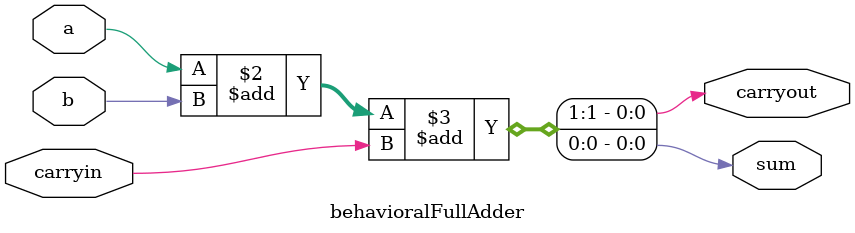
<source format=v>
module behavioralFullAdder(sum, carryout, a, b, carryin);
output sum, carryout;
input a, b, carryin;
assign {carryout, sum}=a+b+carryin;
endmodule

module structuralFullAdder(out, carryout, a, b, carryin);
output out, carryout;
input a, b, carryin;
  // Your adder code here
endmodule

module testFullAdder;
reg a, b, carryin;
wire sum, carryout;
behavioralFullAdder adder (sum, carryout, a, b, carryin);

initial begin
  // Your test code here
end
endmodule

</source>
